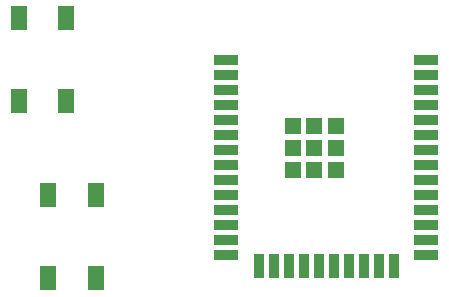
<source format=gbr>
G04*
G04 #@! TF.GenerationSoftware,Altium Limited,Altium Designer,22.4.2 (48)*
G04*
G04 Layer_Color=8421504*
%FSLAX25Y25*%
%MOIN*%
G70*
G04*
G04 #@! TF.SameCoordinates,D1C75A00-648E-4898-854E-167750E82D76*
G04*
G04*
G04 #@! TF.FilePolarity,Positive*
G04*
G01*
G75*
%ADD15R,0.05512X0.07874*%
%ADD16R,0.05236X0.05236*%
%ADD17R,0.03543X0.07874*%
%ADD18R,0.07874X0.03543*%
D15*
X66929Y299213D02*
D03*
Y271654D02*
D03*
X51181Y299213D02*
D03*
Y271654D02*
D03*
X61024Y212598D02*
D03*
Y240158D02*
D03*
X76772Y212598D02*
D03*
Y240158D02*
D03*
D16*
X156831Y248681D02*
D03*
X149606D02*
D03*
X142382D02*
D03*
X156831Y255906D02*
D03*
X149606D02*
D03*
X142382D02*
D03*
X156831Y263130D02*
D03*
X149606D02*
D03*
X142382D02*
D03*
D17*
X176043Y216496D02*
D03*
X171043D02*
D03*
X166043D02*
D03*
X161043D02*
D03*
X156043D02*
D03*
X151043D02*
D03*
X146043D02*
D03*
X141043D02*
D03*
X136043D02*
D03*
X131043D02*
D03*
D18*
X187008Y285433D02*
D03*
Y280433D02*
D03*
Y275433D02*
D03*
Y270433D02*
D03*
Y265433D02*
D03*
Y260433D02*
D03*
Y255433D02*
D03*
Y250433D02*
D03*
Y245433D02*
D03*
Y240433D02*
D03*
Y235433D02*
D03*
Y230433D02*
D03*
Y225433D02*
D03*
Y220433D02*
D03*
X120079D02*
D03*
Y225433D02*
D03*
Y230433D02*
D03*
Y235433D02*
D03*
Y240433D02*
D03*
Y245433D02*
D03*
Y250433D02*
D03*
Y255433D02*
D03*
Y260433D02*
D03*
Y265433D02*
D03*
Y270433D02*
D03*
Y275433D02*
D03*
Y280433D02*
D03*
Y285433D02*
D03*
M02*

</source>
